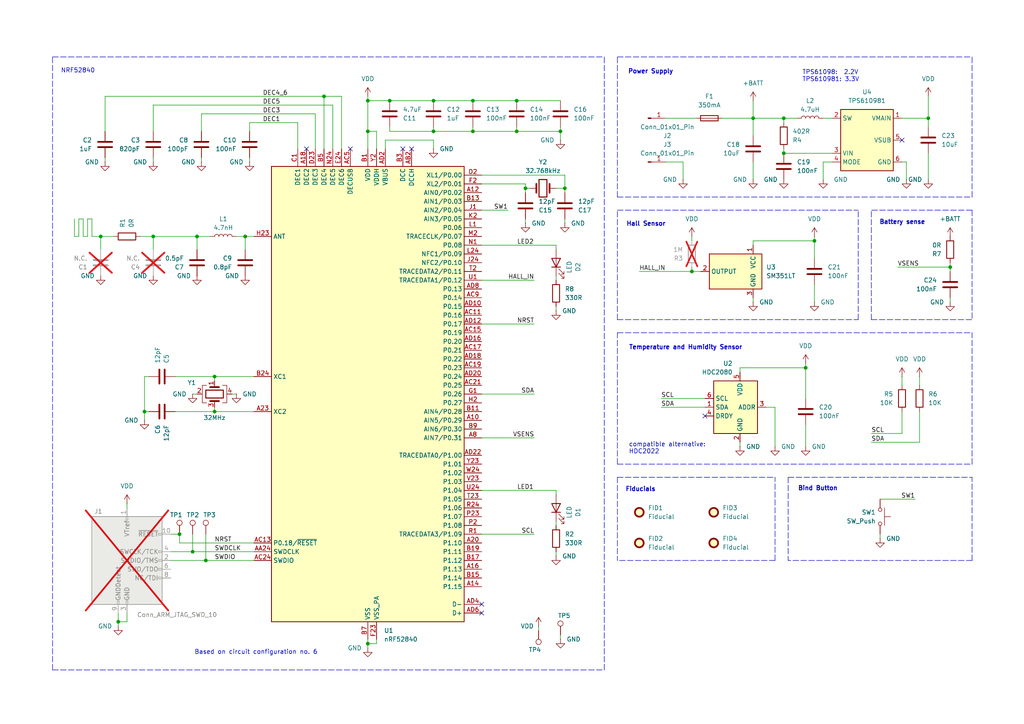
<source format=kicad_sch>
(kicad_sch (version 20250114) (generator "eeschema") (generator_version "9.0")
  (paper "A4")
  (title_block (title "Zicada") (date "2025-09-03") (rev "2") (company "Maximilian Kern"))
  (text "NRF52840" (at 22.606 20.574 0) (effects (font (size 1.27 1.27))))
  (text "Temperature and Humidity Sensor" (at 182.372 101.6 0) (effects (font (size 1.27 1.27) (thickness 0.254) (bold yes)) (justify left bottom)))
  (text "Based on circuit configuration no. 6\n" (at 56.388 189.23 0) (effects (font (size 1.27 1.27)) (justify left)))
  (text "compatible alternative:\nHDC2022 " (at 182.372 130.048 0) (effects (font (size 1.27 1.27)) (justify left)))
  (text "Bind Button" (at 231.394 142.494 0) (effects (font (size 1.27 1.27) (thickness 0.254) (bold yes)) (justify left bottom)))
  (text "Power Supply" (at 182.118 21.59 0) (effects (font (size 1.27 1.27) (thickness 0.254) (bold yes)) (justify left bottom)))
  (text "TPS61098:  2.2V\nTPS610981: 3.3V" (at 232.664 22.098 0) (effects (font (size 1.27 1.27)) (justify left)))
  (text "Fiducials" (at 181.356 142.748 0) (effects (font (size 1.27 1.27) (thickness 0.254) (bold yes)) (justify left bottom)))
  (text "Battery sense\n" (at 255.016 65.278 0) (effects (font (size 1.27 1.27) (thickness 0.254) (bold yes)) (justify left bottom)))
  (text "Hall Sensor" (at 181.61 65.786 0) (effects (font (size 1.27 1.27) (thickness 0.254) (bold yes)) (justify left bottom)))
  (junction (at 55.88 160.02))
  (junction (at 106.68 38.1))
  (junction (at 52.07 154.94))
  (junction (at 269.24 34.29))
  (junction (at 125.73 38.1))
  (junction (at 62.23 109.22))
  (junction (at 106.68 29.21))
  (junction (at 233.68 106.68))
  (junction (at 41.91 119.38))
  (junction (at 44.45 68.58))
  (junction (at 149.86 38.1))
  (junction (at 200.66 78.74))
  (junction (at 275.59 77.47))
  (junction (at 93.98 27.94))
  (junction (at 59.69 162.56))
  (junction (at 149.86 29.21))
  (junction (at 137.16 29.21))
  (junction (at 218.44 34.29))
  (junction (at 34.29 180.34))
  (junction (at 71.12 68.58))
  (junction (at 29.21 68.58))
  (junction (at 106.68 186.69))
  (junction (at 236.22 69.85))
  (junction (at 137.16 38.1))
  (junction (at 62.23 119.38))
  (junction (at 57.15 68.58))
  (junction (at 227.33 44.45))
  (junction (at 113.03 29.21))
  (junction (at 227.33 34.29))
  (junction (at 125.73 29.21))
  (junction (at 163.83 54.61))
  (junction (at 162.56 38.1))
  (junction (at 152.4 54.61))
  (no_connect (at 139.7 177.8))
  (no_connect (at 204.47 120.65))
  (no_connect (at 88.9 43.18))
  (no_connect (at 261.62 40.64))
  (no_connect (at 119.38 43.18))
  (no_connect (at 139.7 175.26))
  (no_connect (at 116.84 43.18))
  (no_connect (at 101.6 43.18))
  (wire (pts (xy 162.56 38.1) (xy 162.56 40.64)))
  (wire (pts (xy 149.86 38.1) (xy 162.56 38.1)))
  (wire (pts (xy 275.59 87.63) (xy 275.59 86.36)))
  (wire (pts (xy 22.86 68.58) (xy 21.59 68.58)))
  (wire (pts (xy 59.69 154.94) (xy 59.69 162.56)))
  (polyline (pts (xy 281.94 162.56) (xy 228.6 162.56)) (stroke (width 0) (type dash)))
  (wire (pts (xy 137.16 29.21) (xy 149.86 29.21)))
  (wire (pts (xy 99.06 27.94) (xy 93.98 27.94)))
  (wire (pts (xy 26.67 68.58) (xy 26.67 63.5)))
  (wire (pts (xy 203.2 78.74) (xy 200.66 78.74)))
  (polyline (pts (xy 179.07 92.71) (xy 248.92 92.71)) (stroke (width 0) (type dash)))
  (polyline (pts (xy 15.24 194.31) (xy 175.26 194.31)) (stroke (width 0) (type dash)))
  (wire (pts (xy 86.36 35.56) (xy 86.36 43.18)))
  (wire (pts (xy 275.59 76.2) (xy 275.59 77.47)))
  (wire (pts (xy 139.7 53.34) (xy 152.4 53.34)))
  (wire (pts (xy 233.68 106.68) (xy 214.63 106.68)))
  (wire (pts (xy 161.29 142.24) (xy 161.29 143.51)))
  (wire (pts (xy 91.44 33.02) (xy 91.44 43.18)))
  (wire (pts (xy 44.45 38.1) (xy 44.45 30.48)))
  (wire (pts (xy 204.47 115.57) (xy 191.77 115.57)))
  (polyline (pts (xy 281.94 60.96) (xy 281.94 92.71)) (stroke (width 0) (type dash)))
  (wire (pts (xy 125.73 40.64) (xy 125.73 43.18)))
  (wire (pts (xy 62.23 109.22) (xy 62.23 110.49)))
  (wire (pts (xy 198.12 46.99) (xy 193.04 46.99)))
  (wire (pts (xy 93.98 27.94) (xy 93.98 43.18)))
  (polyline (pts (xy 15.24 16.51) (xy 175.26 16.51)) (stroke (width 0) (type dash)))
  (wire (pts (xy 71.12 68.58) (xy 71.12 72.39)))
  (wire (pts (xy 55.88 114.3) (xy 57.15 114.3)))
  (wire (pts (xy 36.83 146.05) (xy 36.83 147.32)))
  (wire (pts (xy 161.29 54.61) (xy 163.83 54.61)))
  (wire (pts (xy 152.4 53.34) (xy 152.4 54.61)))
  (wire (pts (xy 156.21 181.61) (xy 156.21 182.88)))
  (wire (pts (xy 214.63 129.54) (xy 214.63 128.27)))
  (wire (pts (xy 161.29 80.01) (xy 161.29 81.28)))
  (wire (pts (xy 125.73 29.21) (xy 137.16 29.21)))
  (wire (pts (xy 227.33 34.29) (xy 231.14 34.29)))
  (wire (pts (xy 252.73 128.27) (xy 266.7 128.27)))
  (wire (pts (xy 58.42 45.72) (xy 58.42 46.99)))
  (wire (pts (xy 214.63 106.68) (xy 214.63 107.95)))
  (wire (pts (xy 200.66 69.85) (xy 200.66 68.58)))
  (wire (pts (xy 29.21 68.58) (xy 29.21 72.39)))
  (wire (pts (xy 68.58 114.3) (xy 67.31 114.3)))
  (wire (pts (xy 218.44 29.21) (xy 218.44 34.29)))
  (wire (pts (xy 152.4 64.77) (xy 152.4 63.5)))
  (wire (pts (xy 161.29 88.9) (xy 161.29 90.17)))
  (polyline (pts (xy 224.79 162.56) (xy 179.07 162.56)) (stroke (width 0) (type dash)))
  (polyline (pts (xy 228.6 138.43) (xy 281.94 138.43)) (stroke (width 0) (type dash)))
  (wire (pts (xy 40.64 68.58) (xy 44.45 68.58)))
  (wire (pts (xy 62.23 119.38) (xy 62.23 118.11)))
  (wire (pts (xy 261.62 109.22) (xy 261.62 111.76)))
  (wire (pts (xy 163.83 50.8) (xy 163.83 54.61)))
  (wire (pts (xy 139.7 93.98) (xy 154.94 93.98)))
  (wire (pts (xy 50.8 109.22) (xy 62.23 109.22)))
  (wire (pts (xy 255.27 154.94) (xy 255.27 156.21)))
  (polyline (pts (xy 281.94 162.56) (xy 281.94 138.43)) (stroke (width 0) (type dash)))
  (wire (pts (xy 222.25 118.11) (xy 224.79 118.11)))
  (wire (pts (xy 200.66 77.47) (xy 200.66 78.74)))
  (polyline (pts (xy 281.94 57.15) (xy 281.94 16.51)) (stroke (width 0) (type dash)))
  (wire (pts (xy 218.44 34.29) (xy 218.44 39.37)))
  (wire (pts (xy 109.22 38.1) (xy 109.22 43.18)))
  (wire (pts (xy 106.68 186.69) (xy 106.68 187.96)))
  (wire (pts (xy 68.58 68.58) (xy 71.12 68.58)))
  (wire (pts (xy 44.45 30.48) (xy 96.52 30.48)))
  (wire (pts (xy 96.52 30.48) (xy 96.52 43.18)))
  (wire (pts (xy 24.13 63.5) (xy 22.86 63.5)))
  (wire (pts (xy 52.07 157.48) (xy 73.66 157.48)))
  (wire (pts (xy 149.86 29.21) (xy 162.56 29.21)))
  (wire (pts (xy 161.29 151.13) (xy 161.29 152.4)))
  (wire (pts (xy 261.62 125.73) (xy 261.62 119.38)))
  (wire (pts (xy 198.12 46.99) (xy 198.12 52.07)))
  (wire (pts (xy 57.15 68.58) (xy 60.96 68.58)))
  (wire (pts (xy 218.44 34.29) (xy 227.33 34.29)))
  (wire (pts (xy 275.59 77.47) (xy 275.59 78.74)))
  (wire (pts (xy 269.24 44.45) (xy 269.24 52.07)))
  (wire (pts (xy 139.7 142.24) (xy 161.29 142.24)))
  (polyline (pts (xy 179.07 138.43) (xy 224.79 138.43)) (stroke (width 0) (type dash)))
  (wire (pts (xy 125.73 38.1) (xy 137.16 38.1)))
  (wire (pts (xy 139.7 127) (xy 154.94 127)))
  (wire (pts (xy 218.44 87.63) (xy 218.44 86.36)))
  (polyline (pts (xy 228.6 138.43) (xy 228.6 162.56)) (stroke (width 0) (type dash)))
  (wire (pts (xy 111.76 43.18) (xy 111.76 40.64)))
  (wire (pts (xy 49.53 162.56) (xy 59.69 162.56)))
  (wire (pts (xy 44.45 68.58) (xy 57.15 68.58)))
  (wire (pts (xy 137.16 38.1) (xy 149.86 38.1)))
  (wire (pts (xy 49.53 154.94) (xy 52.07 154.94)))
  (wire (pts (xy 106.68 38.1) (xy 109.22 38.1)))
  (polyline (pts (xy 175.26 194.31) (xy 175.26 16.51)) (stroke (width 0) (type dash)))
  (wire (pts (xy 73.66 109.22) (xy 62.23 109.22)))
  (wire (pts (xy 161.29 71.12) (xy 161.29 72.39)))
  (wire (pts (xy 227.33 44.45) (xy 241.3 44.45)))
  (wire (pts (xy 260.35 77.47) (xy 275.59 77.47)))
  (wire (pts (xy 59.69 162.56) (xy 73.66 162.56)))
  (wire (pts (xy 200.66 78.74) (xy 185.42 78.74)))
  (wire (pts (xy 41.91 119.38) (xy 41.91 121.92)))
  (wire (pts (xy 72.39 46.99) (xy 72.39 45.72)))
  (wire (pts (xy 269.24 27.94) (xy 269.24 34.29)))
  (wire (pts (xy 163.83 55.88) (xy 163.83 54.61)))
  (polyline (pts (xy 179.07 57.15) (xy 179.07 16.51)) (stroke (width 0) (type dash)))
  (wire (pts (xy 26.67 68.58) (xy 29.21 68.58)))
  (wire (pts (xy 113.03 29.21) (xy 125.73 29.21)))
  (wire (pts (xy 58.42 33.02) (xy 91.44 33.02)))
  (wire (pts (xy 255.27 144.78) (xy 265.43 144.78)))
  (wire (pts (xy 236.22 69.85) (xy 218.44 69.85)))
  (wire (pts (xy 238.76 34.29) (xy 241.3 34.29)))
  (polyline (pts (xy 224.79 162.56) (xy 224.79 138.43)) (stroke (width 0) (type dash)))
  (wire (pts (xy 218.44 46.99) (xy 218.44 52.07)))
  (wire (pts (xy 266.7 109.22) (xy 266.7 111.76)))
  (wire (pts (xy 162.56 185.42) (xy 162.56 184.15)))
  (wire (pts (xy 152.4 55.88) (xy 152.4 54.61)))
  (wire (pts (xy 49.53 160.02) (xy 55.88 160.02)))
  (wire (pts (xy 34.29 177.8) (xy 34.29 180.34)))
  (wire (pts (xy 113.03 36.83) (xy 113.03 38.1)))
  (wire (pts (xy 266.7 128.27) (xy 266.7 119.38)))
  (wire (pts (xy 25.4 63.5) (xy 25.4 68.58)))
  (wire (pts (xy 111.76 40.64) (xy 125.73 40.64)))
  (wire (pts (xy 50.8 119.38) (xy 62.23 119.38)))
  (wire (pts (xy 34.29 180.34) (xy 36.83 180.34)))
  (wire (pts (xy 204.47 118.11) (xy 191.77 118.11)))
  (wire (pts (xy 209.55 34.29) (xy 218.44 34.29)))
  (polyline (pts (xy 281.94 134.62) (xy 281.94 96.52)) (stroke (width 0) (type dash)))
  (wire (pts (xy 149.86 36.83) (xy 149.86 38.1)))
  (wire (pts (xy 106.68 186.69) (xy 109.22 186.69)))
  (wire (pts (xy 224.79 118.11) (xy 224.79 129.54)))
  (wire (pts (xy 139.7 50.8) (xy 163.83 50.8)))
  (wire (pts (xy 238.76 46.99) (xy 238.76 52.07)))
  (wire (pts (xy 55.88 160.02) (xy 73.66 160.02)))
  (wire (pts (xy 113.03 38.1) (xy 125.73 38.1)))
  (wire (pts (xy 106.68 27.94) (xy 106.68 29.21)))
  (wire (pts (xy 125.73 36.83) (xy 125.73 38.1)))
  (wire (pts (xy 269.24 34.29) (xy 269.24 36.83)))
  (wire (pts (xy 106.68 185.42) (xy 106.68 186.69)))
  (wire (pts (xy 62.23 119.38) (xy 73.66 119.38)))
  (wire (pts (xy 137.16 36.83) (xy 137.16 38.1)))
  (wire (pts (xy 41.91 119.38) (xy 43.18 119.38)))
  (wire (pts (xy 163.83 64.77) (xy 163.83 63.5)))
  (wire (pts (xy 139.7 81.28) (xy 154.94 81.28)))
  (wire (pts (xy 152.4 54.61) (xy 153.67 54.61)))
  (wire (pts (xy 25.4 68.58) (xy 24.13 68.58)))
  (wire (pts (xy 26.67 63.5) (xy 25.4 63.5)))
  (polyline (pts (xy 179.07 138.43) (xy 179.07 162.56)) (stroke (width 0) (type dash)))
  (wire (pts (xy 236.22 68.58) (xy 236.22 69.85)))
  (polyline (pts (xy 179.07 96.52) (xy 281.94 96.52)) (stroke (width 0) (type dash)))
  (wire (pts (xy 29.21 68.58) (xy 33.02 68.58)))
  (wire (pts (xy 22.86 63.5) (xy 22.86 68.58)))
  (wire (pts (xy 218.44 71.12) (xy 218.44 69.85)))
  (wire (pts (xy 72.39 35.56) (xy 86.36 35.56)))
  (wire (pts (xy 162.56 36.83) (xy 162.56 38.1)))
  (wire (pts (xy 106.68 29.21) (xy 113.03 29.21)))
  (polyline (pts (xy 179.07 57.15) (xy 281.94 57.15)) (stroke (width 0) (type dash)))
  (wire (pts (xy 139.7 71.12) (xy 161.29 71.12)))
  (polyline (pts (xy 179.07 134.62) (xy 281.94 134.62)) (stroke (width 0) (type dash)))
  (wire (pts (xy 262.89 46.99) (xy 262.89 52.07)))
  (wire (pts (xy 106.68 38.1) (xy 106.68 43.18)))
  (wire (pts (xy 34.29 180.34) (xy 34.29 181.61)))
  (wire (pts (xy 139.7 114.3) (xy 154.94 114.3)))
  (polyline (pts (xy 281.94 60.96) (xy 252.73 60.96)) (stroke (width 0) (type dash)))
  (wire (pts (xy 36.83 177.8) (xy 36.83 180.34)))
  (wire (pts (xy 30.48 27.94) (xy 93.98 27.94)))
  (wire (pts (xy 233.68 105.41) (xy 233.68 106.68)))
  (wire (pts (xy 227.33 34.29) (xy 227.33 35.56)))
  (wire (pts (xy 52.07 157.48) (xy 52.07 154.94)))
  (wire (pts (xy 227.33 44.45) (xy 227.33 43.18)))
  (wire (pts (xy 41.91 109.22) (xy 41.91 119.38)))
  (polyline (pts (xy 15.24 194.31) (xy 15.24 16.51)) (stroke (width 0) (type dash)))
  (wire (pts (xy 233.68 106.68) (xy 233.68 115.57)))
  (polyline (pts (xy 252.73 92.71) (xy 252.73 60.96)) (stroke (width 0) (type dash)))
  (wire (pts (xy 139.7 60.96) (xy 147.32 60.96)))
  (wire (pts (xy 71.12 68.58) (xy 73.66 68.58)))
  (wire (pts (xy 57.15 68.58) (xy 57.15 72.39)))
  (wire (pts (xy 43.18 109.22) (xy 41.91 109.22)))
  (wire (pts (xy 24.13 68.58) (xy 24.13 63.5)))
  (wire (pts (xy 252.73 125.73) (xy 261.62 125.73)))
  (wire (pts (xy 58.42 33.02) (xy 58.42 38.1)))
  (polyline (pts (xy 179.07 60.96) (xy 248.92 60.96)) (stroke (width 0) (type dash)))
  (polyline (pts (xy 179.07 16.51) (xy 281.94 16.51)) (stroke (width 0) (type dash)))
  (polyline (pts (xy 252.73 92.71) (xy 281.94 92.71)) (stroke (width 0) (type dash)))
  (wire (pts (xy 139.7 154.94) (xy 154.94 154.94)))
  (wire (pts (xy 241.3 46.99) (xy 238.76 46.99)))
  (wire (pts (xy 233.68 123.19) (xy 233.68 129.54)))
  (wire (pts (xy 30.48 27.94) (xy 30.48 38.1)))
  (wire (pts (xy 236.22 82.55) (xy 236.22 87.63)))
  (polyline (pts (xy 179.07 92.71) (xy 179.07 60.96)) (stroke (width 0) (type dash)))
  (wire (pts (xy 109.22 185.42) (xy 109.22 186.69)))
  (wire (pts (xy 30.48 45.72) (xy 30.48 46.99)))
  (wire (pts (xy 99.06 27.94) (xy 99.06 43.18)))
  (wire (pts (xy 161.29 160.02) (xy 161.29 161.29)))
  (wire (pts (xy 106.68 29.21) (xy 106.68 38.1)))
  (wire (pts (xy 21.59 63.5) (xy 21.59 68.58)))
  (wire (pts (xy 55.88 154.94) (xy 55.88 160.02)))
  (wire (pts (xy 44.45 46.99) (xy 44.45 45.72)))
  (wire (pts (xy 44.45 68.58) (xy 44.45 72.39)))
  (polyline (pts (xy 248.92 92.71) (xy 248.92 60.96)) (stroke (width 0) (type dash)))
  (wire (pts (xy 72.39 35.56) (xy 72.39 38.1)))
  (wire (pts (xy 193.04 34.29) (xy 201.93 34.29)))
  (wire (pts (xy 236.22 69.85) (xy 236.22 74.93)))
  (polyline (pts (xy 179.07 134.62) (xy 179.07 96.52)) (stroke (width 0) (type dash)))
  (wire (pts (xy 261.62 46.99) (xy 262.89 46.99)))
  (wire (pts (xy 261.62 34.29) (xy 269.24 34.29)))
  (label "DEC4_6" (at 76.2 27.94 0))
  (label "LED1" (at 154.8185 142.24 180))
  (label "SWDIO" (at 62.23 162.56 0))
  (label "HALL_IN" (at 185.42 78.74 0))
  (label "SW1" (at 147.32 60.96 180))
  (label "SDA" (at 191.77 118.11 0))
  (label "SCL" (at 154.94 154.94 180))
  (label "SCL" (at 252.73 125.73 0))
  (label "HALL_IN" (at 154.94 81.28 180))
  (label "SW1" (at 265.43 144.78 180))
  (label "VSENS" (at 260.35 77.47 0))
  (label "SWDCLK" (at 62.23 160.02 0))
  (label "LED2" (at 154.8185 71.12 180))
  (label "DEC3" (at 76.2 33.02 0))
  (label "VSENS" (at 154.94 127 180))
  (label "DEC5" (at 76.2 30.48 0))
  (label "SCL" (at 191.77 115.57 0))
  (label "NRST" (at 154.94 93.98 180))
  (label "NRST" (at 62.23 157.48 0))
  (label "SDA" (at 154.94 114.3 180))
  (label "SDA" (at 252.73 128.27 0))
  (label "DEC1" (at 76.2 35.56 0))
  (symbol (lib_id "power:GND") (at 161.29 161.29 0) (unit 1)
    (property "Reference" "#PWR019" (effects (hide yes)))
    (property "Value" "GND" (at 165.1 161.29 0))
    (property "Description" "Power symbol creates a global label with name \"GND\" , ground" (effects (hide yes)))
  )
  (symbol (lib_id "Device:R") (at 227.33 39.37 0) (mirror y) (unit 1)
    (property "Reference" "R4" (at 229.87 40.6401 0) (effects (justify right)))
    (property "Value" "402R" (at 229.87 38.1001 0) (effects (justify right)))
    (property "Footprint" "Resistor_SMD:R_0603_1608Metric" (effects (hide yes)))
    (property "LCSC" "C227889" (effects (hide yes)))
  )
  (symbol (lib_id "power:VDD") (at 266.7 109.22 0) (mirror y) (unit 1)
    (property "Reference" "#PWR040" (effects (hide yes)))
    (property "Value" "VDD" (at 266.7 104.14 0))
    (property "Description" "Power symbol creates a global label with name \"VDD\"" (effects (hide yes)))
  )
  (symbol (lib_id "power:GND") (at 218.44 52.07 0) (mirror y) (unit 1)
    (property "Reference" "#PWR028" (effects (hide yes)))
    (property "Value" "GND" (at 214.63 52.07 0))
    (property "Description" "Power symbol creates a global label with name \"GND\" , ground" (effects (hide yes)))
  )
  (symbol (lib_id "Device:C") (at 125.73 33.02 0) (unit 1)
    (property "Reference" "C12" (at 129.54 31.7499 0) (effects (justify left)))
    (property "Value" "1uF" (at 129.54 34.2899 0) (effects (justify left)))
    (property "Footprint" "Capacitor_SMD:C_0603_1608Metric" (effects (hide yes)))
    (property "LCSC" "C15849" (effects (hide yes)))
  )
  (symbol (lib_id "power:VDD") (at 106.68 27.94 0) (unit 1)
    (property "Reference" "#PWR014" (effects (hide yes)))
    (property "Value" "VDD" (at 106.68 22.86 0))
    (property "Description" "Power symbol creates a global label with name \"VDD\"" (effects (hide yes)))
  )
  (symbol (lib_id "Connector:Conn_01x01_Pin") (at 187.96 46.99 0) (unit 1)
    (property "Reference" "J3" (at 193.548 41.91 0))
    (property "Value" "Conn_01x01_Pin" (at 193.548 44.45 0))
    (property "Footprint" "zicadaLib:MYOUNG MY-AAA-07" (effects (hide yes)))
    (property "Description" "Generic connector, single row, 01x01, script generated" (effects (hide yes)))
    (property "Digikey" "https://www.digikey.de/de/products/detail/keystone-electronics/56/2137848" (effects (hide yes)))
    (property "LCSC" "C6937109" (effects (hide yes)))
  )
  (symbol (lib_id "Device:R") (at 261.62 115.57 0) (mirror x) (unit 1)
    (property "Reference" "R5" (at 259.08 114.2999 0) (effects (justify right)))
    (property "Value" "10K" (at 259.08 116.8399 0) (effects (justify right)))
    (property "Footprint" "Resistor_SMD:R_0603_1608Metric" (effects (hide yes)))
    (property "LCSC" "C98220" (effects (hide yes)))
  )
  (symbol (lib_id "power:VDD") (at 200.66 68.58 0) (mirror y) (unit 1)
    (property "Reference" "#PWR024" (effects (hide yes)))
    (property "Value" "VDD" (at 200.66 63.5 0))
    (property "Description" "Power symbol creates a global label with name \"VDD\"" (effects (hide yes)))
  )
  (symbol (lib_id "zicadaLib:TPS61098") (at 251.46 40.64 0) (unit 1)
    (property "Reference" "U4" (at 251.46 26.67 0))
    (property "Value" "TPS610981" (at 251.46 29.21 0))
    (property "Footprint" "Package_SON:WSON-6_1.5x1.5mm_P0.5mm" (effects (hide yes)))
    (property "Datasheet" "https://www.ti.com/lit/ds/symlink/tps610981.pdf" (effects (hide yes)))
    (property "Description" "Ultra-Low Quiescent Current Synchronous Boost with Integrated LDO/ Load Switch" (effects (hide yes)))
    (property "LCSC" "C470966" (effects (hide yes)))
  )
  (symbol (lib_id "Device:C") (at 46.99 119.38 90) (mirror x) (unit 1)
    (property "Reference" "C6" (at 45.7199 123.19 0) (effects (justify left)))
    (property "Value" "12pF" (at 48.2599 123.19 0) (effects (justify left)))
    (property "Footprint" "Capacitor_SMD:C_0603_1608Metric" (effects (hide yes)))
    (property "LCSC" "C107034" (effects (hide yes)))
  )
  (symbol (lib_id "power:GND") (at 161.29 90.17 0) (unit 1)
    (property "Reference" "#PWR025" (effects (hide yes)))
    (property "Value" "GND" (at 165.1 90.17 0))
    (property "Description" "Power symbol creates a global label with name \"GND\" , ground" (effects (hide yes)))
  )
  (symbol (lib_id "Connector:Conn_ARM_JTAG_SWD_10") (at 36.83 162.56 0) (unit 1) (in_bom no) (dnp yes)
    (property "Reference" "J1" (at 29.718 148.336 0) (effects (justify right)))
    (property "Value" "Conn_ARM_JTAG_SWD_10" (at 62.992 178.308 0) (effects (justify right)))
    (property "Footprint" "Connector_PinHeader_1.27mm:PinHeader_2x05_P1.27mm_Vertical_SMD" (effects (hide yes)))
    (property "Datasheet" "http://infocenter.arm.com/help/topic/com.arm.doc.ddi0314h/DDI0314H_coresight_components_trm.pdf" (effects (hide yes)))
    (property "Description" "Cortex Debug Connector, standard ARM Cortex-M SWD and JTAG interface" (effects (hide yes)))
  )
  (symbol (lib_id "Device:C") (at 227.33 48.26 0) (unit 1)
    (property "Reference" "C19" (at 231.14 46.9899 0) (effects (justify left)))
    (property "Value" "100nF" (at 231.14 49.5299 0) (effects (justify left)))
    (property "Footprint" "Capacitor_SMD:C_0603_1608Metric" (effects (hide yes)))
    (property "LCSC" "C1591" (effects (hide yes)))
  )
  (symbol (lib_id "Device:C") (at 30.48 41.91 0) (mirror y) (unit 1)
    (property "Reference" "C2" (at 26.67 40.6399 0) (effects (justify left)))
    (property "Value" "1uF" (at 26.67 43.1799 0) (effects (justify left)))
    (property "Footprint" "Capacitor_SMD:C_0603_1608Metric" (effects (hide yes)))
    (property "LCSC" "C15849" (effects (hide yes)))
  )
  (symbol (lib_id "power:GND") (at 163.83 64.77 0) (mirror y) (unit 1)
    (property "Reference" "#PWR022" (effects (hide yes)))
    (property "Value" "GND" (at 167.64 64.77 0))
    (property "Description" "Power symbol creates a global label with name \"GND\" , ground" (effects (hide yes)))
  )
  (symbol (lib_id "Device:C") (at 149.86 33.02 0) (unit 1)
    (property "Reference" "C14" (at 153.67 31.7499 0) (effects (justify left)))
    (property "Value" "100nF" (at 153.67 34.2899 0) (effects (justify left)))
    (property "Footprint" "Capacitor_SMD:C_0603_1608Metric" (effects (hide yes)))
    (property "LCSC" "C1591" (effects (hide yes)))
  )
  (symbol (lib_id "power:GND") (at 275.59 87.63 0) (mirror y) (unit 1)
    (property "Reference" "#PWR045" (effects (hide yes)))
    (property "Value" "GND" (at 271.78 87.63 0))
    (property "Description" "Power symbol creates a global label with name \"GND\" , ground" (effects (hide yes)))
  )
  (symbol (lib_id "power:GND") (at 106.68 187.96 0) (mirror y) (unit 1)
    (property "Reference" "#PWR015" (effects (hide yes)))
    (property "Value" "GND" (at 102.87 187.96 0))
    (property "Description" "Power symbol creates a global label with name \"GND\" , ground" (effects (hide yes)))
  )
  (symbol (lib_id "Device:R") (at 36.83 68.58 270) (unit 1)
    (property "Reference" "R1" (at 35.5599 66.04 0) (effects (justify right)))
    (property "Value" "0R" (at 38.0999 66.04 0) (effects (justify right)))
    (property "Footprint" "Resistor_SMD:R_0603_1608Metric" (effects (hide yes)))
    (property "LCSC" "C116699" (effects (hide yes)))
  )
  (symbol (lib_id "power:GND") (at 227.33 52.07 0) (mirror y) (unit 1)
    (property "Reference" "#PWR031" (effects (hide yes)))
    (property "Value" "GND" (at 223.52 52.07 0))
    (property "Description" "Power symbol creates a global label with name \"GND\" , ground" (effects (hide yes)))
  )
  (symbol (lib_id "Device:C") (at 233.68 119.38 0) (unit 1)
    (property "Reference" "C20" (at 237.49 118.1099 0) (effects (justify left)))
    (property "Value" "100nF" (at 237.49 120.6499 0) (effects (justify left)))
    (property "Footprint" "Capacitor_SMD:C_0603_1608Metric" (effects (hide yes)))
    (property "LCSC" "C1591" (effects (hide yes)))
  )
  (symbol (lib_id "Device:C") (at 162.56 33.02 0) (unit 1)
    (property "Reference" "C16" (at 166.37 31.7499 0) (effects (justify left)))
    (property "Value" "100nF" (at 166.37 34.2899 0) (effects (justify left)))
    (property "Footprint" "Capacitor_SMD:C_0603_1608Metric" (effects (hide yes)))
    (property "LCSC" "C1591" (effects (hide yes)))
  )
  (symbol (lib_id "Device:C") (at 44.45 76.2 180) (unit 1) (in_bom no) (dnp yes)
    (property "Reference" "C4" (at 40.64 77.4701 0) (effects (justify left)))
    (property "Value" "N.C." (at 40.64 74.9301 0) (effects (justify left)))
    (property "Footprint" "Capacitor_SMD:C_0603_1608Metric" (effects (hide yes)))
  )
  (symbol (lib_id "Device:LED") (at 161.29 76.2 90) (unit 1)
    (property "Reference" "D2" (at 167.64 77.47 0))
    (property "Value" "LED" (at 165.1 77.47 0))
    (property "Footprint" "LED_SMD:LED_0603_1608Metric" (effects (hide yes)))
    (property "Description" "Light emitting diode" (effects (hide yes)))
    (property "LCSC" "C5875723" (effects (hide yes)))
    (property "Sim.Pins" "1=K 2=A" (effects (hide yes)))
  )
  (symbol (lib_id "power:GND") (at 29.21 80.01 0) (unit 1)
    (property "Reference" "#PWR01" (effects (hide yes)))
    (property "Value" "GND" (at 25.4 80.01 0))
    (property "Description" "Power symbol creates a global label with name \"GND\" , ground" (effects (hide yes)))
  )
  (symbol (lib_id "Device:LED") (at 161.29 147.32 90) (unit 1)
    (property "Reference" "D1" (at 167.64 148.59 0))
    (property "Value" "LED" (at 165.1 148.59 0))
    (property "Footprint" "LED_SMD:LED_0603_1608Metric" (effects (hide yes)))
    (property "Description" "Light emitting diode" (effects (hide yes)))
    (property "LCSC" "C5875723" (effects (hide yes)))
    (property "Sim.Pins" "1=K 2=A" (effects (hide yes)))
  )
  (symbol (lib_id "power:GND") (at 162.56 185.42 0) (unit 1)
    (property "Reference" "#PWR021" (effects (hide yes)))
    (property "Value" "GND" (at 166.37 185.42 0))
    (property "Description" "Power symbol creates a global label with name \"GND\" , ground" (effects (hide yes)))
  )
  (symbol (lib_id "Mechanical:Fiducial") (at 185.42 157.48 0) (unit 1) (in_bom no)
    (property "Reference" "FID2" (at 187.96 156.2099 0) (effects (justify left)))
    (property "Value" "Fiducial" (at 187.96 158.7499 0) (effects (justify left)))
    (property "Footprint" "Fiducial:Fiducial_1mm_Mask2mm" (effects (hide yes)))
  )
  (symbol (lib_id "power:VDD") (at 269.24 27.94 0) (unit 1)
    (property "Reference" "#PWR042" (effects (hide yes)))
    (property "Value" "VDD" (at 269.24 22.86 0))
    (property "Description" "Power symbol creates a global label with name \"VDD\"" (effects (hide yes)))
  )
  (symbol (lib_id "power:GND") (at 238.76 52.07 0) (unit 1)
    (property "Reference" "#PWR036" (effects (hide yes)))
    (property "Value" "GND" (at 243.84 52.07 0))
    (property "Description" "Power symbol creates a global label with name \"GND\" , ground" (effects (hide yes)))
  )
  (symbol (lib_id "power:GND") (at 224.79 129.54 0) (unit 1)
    (property "Reference" "#PWR030" (effects (hide yes)))
    (property "Value" "GND" (at 228.6 129.54 0))
    (property "Description" "Power symbol creates a global label with name \"GND\" , ground" (effects (hide yes)))
  )
  (symbol (lib_id "power:+BATT") (at 218.44 29.21 0) (unit 1)
    (property "Reference" "#PWR027" (effects (hide yes)))
    (property "Value" "+BATT" (at 218.44 24.13 0))
    (property "Description" "Power symbol creates a global label with name \"+BATT\"" (effects (hide yes)))
  )
  (symbol (lib_id "power:GND") (at 236.22 87.63 0) (unit 1)
    (property "Reference" "#PWR035" (effects (hide yes)))
    (property "Value" "GND" (at 240.03 87.63 0))
    (property "Description" "Power symbol creates a global label with name \"GND\" , ground" (effects (hide yes)))
  )
  (symbol (lib_id "power:GND") (at 30.48 46.99 0) (unit 1)
    (property "Reference" "#PWR02" (effects (hide yes)))
    (property "Value" "GND" (at 26.67 46.99 0))
    (property "Description" "Power symbol creates a global label with name \"GND\" , ground" (effects (hide yes)))
  )
  (symbol (lib_id "power:GND") (at 71.12 80.01 0) (unit 1)
    (property "Reference" "#PWR012" (effects (hide yes)))
    (property "Value" "GND" (at 67.31 80.01 0))
    (property "Description" "Power symbol creates a global label with name \"GND\" , ground" (effects (hide yes)))
  )
  (symbol (lib_id "power:GND") (at 162.56 40.64 0) (mirror y) (unit 1)
    (property "Reference" "#PWR020" (effects (hide yes)))
    (property "Value" "GND" (at 158.75 40.64 0))
    (property "Description" "Power symbol creates a global label with name \"GND\" , ground" (effects (hide yes)))
  )
  (symbol (lib_id "Device:C") (at 46.99 109.22 270) (mirror x) (unit 1)
    (property "Reference" "C5" (at 48.2601 105.41 0) (effects (justify left)))
    (property "Value" "12pF" (at 45.7201 105.41 0) (effects (justify left)))
    (property "Footprint" "Capacitor_SMD:C_0603_1608Metric" (effects (hide yes)))
    (property "LCSC" "C107034" (effects (hide yes)))
  )
  (symbol (lib_id "Connector:Conn_01x01_Pin") (at 187.96 34.29 0) (mirror x) (unit 1)
    (property "Reference" "J2" (at 193.548 39.37 0))
    (property "Value" "Conn_01x01_Pin" (at 193.548 36.83 0))
    (property "Footprint" "zicadaLib:MYOUNG MY-AAA-07" (effects (hide yes)))
    (property "Description" "Generic connector, single row, 01x01, script generated" (effects (hide yes)))
    (property "Digikey" "https://www.digikey.de/de/products/detail/keystone-electronics/56/2137848" (effects (hide yes)))
    (property "LCSC" "C6937109" (effects (hide yes)))
  )
  (symbol (lib_id "power:VDD") (at 233.68 105.41 0) (mirror y) (unit 1)
    (property "Reference" "#PWR032" (effects (hide yes)))
    (property "Value" "VDD" (at 233.68 100.33 0))
    (property "Description" "Power symbol creates a global label with name \"VDD\"" (effects (hide yes)))
  )
  (symbol (lib_id "Device:C") (at 57.15 76.2 180) (unit 1)
    (property "Reference" "C7" (at 53.34 77.4701 0) (effects (justify left)))
    (property "Value" "0.5pF" (at 53.34 74.9301 0) (effects (justify left)))
    (property "Footprint" "Capacitor_SMD:C_0603_1608Metric" (effects (hide yes)))
    (property "LCSC" "C5137584" (effects (hide yes)))
  )
  (symbol (lib_id "Device:L") (at 234.95 34.29 90) (unit 1)
    (property "Reference" "L2" (at 234.95 29.21 90))
    (property "Value" "4.7uH" (at 234.95 31.75 90))
    (property "Footprint" "Inductor_SMD:L_1008_2520Metric" (effects (hide yes)))
    (property "Description" "Inductor" (effects (hide yes)))
    (property "LCSC" "C280597" (effects (hide yes)))
  )
  (symbol (lib_id "Device:C") (at 163.83 59.69 0) (mirror x) (unit 1)
    (property "Reference" "C17" (at 167.64 60.9601 0) (effects (justify left)))
    (property "Value" "12pF" (at 167.64 58.4201 0) (effects (justify left)))
    (property "Footprint" "Capacitor_SMD:C_0603_1608Metric" (effects (hide yes)))
    (property "LCSC" "C107034" (effects (hide yes)))
  )
  (symbol (lib_id "MCU_Nordic:nRF52840") (at 106.68 114.3 0) (unit 1)
    (property "Reference" "U1" (at 111.3633 182.88 0) (effects (justify left)))
    (property "Value" "nRF52840" (at 111.3633 185.42 0) (effects (justify left)))
    (property "Footprint" "Package_DFN_QFN:Nordic_AQFN-73-1EP_7x7mm_P0.5mm" (effects (hide yes)))
    (property "Datasheet" "http://infocenter.nordicsemi.com/topic/com.nordic.infocenter.nrf52/dita/nrf52/chips/nrf52840.html" (effects (hide yes)))
    (property "Description" "Multiprotocol BLE/ANT/2.4 GHz/802.15.4 Cortex-M4F SoC, AQFN-73" (effects (hide yes)))
    (property "LCSC" "C190794" (effects (hide yes)))
  )
  (symbol (lib_id "Device:Crystal") (at 157.48 54.61 0) (unit 1)
    (property "Reference" "Y2" (at 157.48 46.99 0))
    (property "Value" "32.768kHz" (at 157.48 49.53 0))
    (property "Footprint" "Crystal:Crystal_SMD_MicroCrystal_CC7V-T1A-2Pin_3.2x1.5mm" (effects (hide yes)))
    (property "Description" "Two pin crystal" (effects (hide yes)))
    (property "LCSC" "C32346" (effects (hide yes)))
  )
  (symbol (lib_id "Device:C") (at 29.21 76.2 180) (unit 1) (in_bom no) (dnp yes)
    (property "Reference" "C1" (at 25.4 77.4701 0) (effects (justify left)))
    (property "Value" "N.C." (at 25.4 74.9301 0) (effects (justify left)))
    (property "Footprint" "Capacitor_SMD:C_0603_1608Metric" (effects (hide yes)))
  )
  (symbol (lib_id "Device:Crystal_GND24") (at 62.23 114.3 90) (mirror x) (unit 1)
    (property "Reference" "Y1" (at 55.626 110.998 90))
    (property "Value" "32MHz" (at 62.23 121.158 90))
    (property "Footprint" "Crystal:Crystal_SMD_Abracon_ABM8G-4Pin_3.2x2.5mm" (effects (hide yes)))
    (property "Datasheet" "https://www.lcsc.com/datasheet/C5552502.pdf" (effects (hide yes)))
    (property "Description" "ABRACON ABM8W-32.0000MHZ-8-B1U-T3" (effects (hide yes)))
    (property "LCSC" "C5552502" (effects (hide yes)))
  )
  (symbol (lib_id "power:GND") (at 34.29 181.61 0) (mirror y) (unit 1)
    (property "Reference" "#PWR03" (effects (hide yes)))
    (property "Value" "GND" (at 30.48 181.61 0))
    (property "Description" "Power symbol creates a global label with name \"GND\" , ground" (effects (hide yes)))
  )
  (symbol (lib_id "power:GND") (at 57.15 80.01 0) (unit 1)
    (property "Reference" "#PWR09" (effects (hide yes)))
    (property "Value" "GND" (at 53.34 80.01 0))
    (property "Description" "Power symbol creates a global label with name \"GND\" , ground" (effects (hide yes)))
  )
  (symbol (lib_id "power:GND") (at 262.89 52.07 0) (mirror y) (unit 1)
    (property "Reference" "#PWR039" (effects (hide yes)))
    (property "Value" "GND" (at 259.08 52.07 0))
    (property "Description" "Power symbol creates a global label with name \"GND\" , ground" (effects (hide yes)))
  )
  (symbol (lib_id "Sensor_Magnetic:SM351LT") (at 213.36 78.74 0) (mirror y) (unit 1)
    (property "Reference" "U3" (at 222.25 77.4699 0) (effects (justify right)))
    (property "Value" "SM351LT" (at 222.25 80.0099 0) (effects (justify right)))
    (property "Footprint" "Package_TO_SOT_SMD:SOT-23" (effects (hide yes)))
    (property "Datasheet" "https://sensing.honeywell.com/honeywell-sensing-nanopower-series-product-sheet-50095501-a-en.pdf" (effects (hide yes)))
    (property "Description" "Hall Effect Switch, SOT-23" (effects (hide yes)))
    (property "LCSC" "C80830" (effects (hide yes)))
  )
  (symbol (lib_id "Device:C") (at 58.42 41.91 0) (mirror y) (unit 1)
    (property "Reference" "C8" (at 54.61 40.6399 0) (effects (justify left)))
    (property "Value" "100pF" (at 54.61 43.1799 0) (effects (justify left)))
    (property "Footprint" "Capacitor_SMD:C_0603_1608Metric" (effects (hide yes)))
    (property "LCSC" "C14858" (effects (hide yes)))
  )
  (symbol (lib_id "Device:R") (at 161.29 156.21 180) (unit 1)
    (property "Reference" "R2" (at 163.83 154.9399 0) (effects (justify right)))
    (property "Value" "330R" (at 163.83 157.4799 0) (effects (justify right)))
    (property "Footprint" "Resistor_SMD:R_0603_1608Metric" (effects (hide yes)))
    (property "LCSC" "C105881" (effects (hide yes)))
  )
  (symbol (lib_id "Device:C") (at 113.03 33.02 0) (mirror x) (unit 1)
    (property "Reference" "C11" (at 116.84 34.2901 0) (effects (justify left)))
    (property "Value" "4.7uF" (at 116.84 31.7501 0) (effects (justify left)))
    (property "Footprint" "Capacitor_SMD:C_0603_1608Metric" (effects (hide yes)))
    (property "LCSC" "C1705" (effects (hide yes)))
  )
  (symbol (lib_id "Device:C") (at 71.12 76.2 0) (mirror y) (unit 1)
    (property "Reference" "C9" (at 67.31 74.9299 0) (effects (justify left)))
    (property "Value" "0.8pF" (at 67.31 77.4699 0) (effects (justify left)))
    (property "Footprint" "Capacitor_SMD:C_0603_1608Metric" (effects (hide yes)))
    (property "LCSC" "C519369" (effects (hide yes)))
  )
  (symbol (lib_id "Device:C") (at 218.44 43.18 0) (mirror y) (unit 1)
    (property "Reference" "C18" (at 214.63 41.9099 0) (effects (justify left)))
    (property "Value" "10uF" (at 214.63 44.4499 0) (effects (justify left)))
    (property "Footprint" "Capacitor_SMD:C_0603_1608Metric" (effects (hide yes)))
    (property "LCSC" "C19702" (effects (hide yes)))
  )
  (symbol (lib_id "Device:C") (at 152.4 59.69 0) (mirror x) (unit 1)
    (property "Reference" "C15" (at 156.21 60.9601 0) (effects (justify left)))
    (property "Value" "12pF" (at 156.21 58.4201 0) (effects (justify left)))
    (property "Footprint" "Capacitor_SMD:C_0603_1608Metric" (effects (hide yes)))
    (property "LCSC" "C107034" (effects (hide yes)))
  )
  (symbol (lib_id "Device:R") (at 266.7 115.57 180) (unit 1)
    (property "Reference" "R6" (at 269.24 114.2999 0) (effects (justify right)))
    (property "Value" "10K" (at 269.24 116.8399 0) (effects (justify right)))
    (property "Footprint" "Resistor_SMD:R_0603_1608Metric" (effects (hide yes)))
    (property "LCSC" "C98220" (effects (hide yes)))
  )
  (symbol (lib_id "Device:C") (at 275.59 82.55 0) (mirror y) (unit 1)
    (property "Reference" "C24" (at 271.78 81.2799 0) (effects (justify left)))
    (property "Value" "100nF" (at 271.78 83.8199 0) (effects (justify left)))
    (property "Footprint" "Capacitor_SMD:C_0603_1608Metric" (effects (hide yes)))
    (property "LCSC" "C1591" (effects (hide yes)))
  )
  (symbol (lib_id "power:GND") (at 58.42 46.99 0) (unit 1)
    (property "Reference" "#PWR010" (effects (hide yes)))
    (property "Value" "GND" (at 54.61 46.99 0))
    (property "Description" "Power symbol creates a global label with name \"GND\" , ground" (effects (hide yes)))
  )
  (symbol (lib_id "power:GND") (at 198.12 52.07 0) (mirror y) (unit 1)
    (property "Reference" "#PWR023" (effects (hide yes)))
    (property "Value" "GND" (at 194.31 52.07 0))
    (property "Description" "Power symbol creates a global label with name \"GND\" , ground" (effects (hide yes)))
  )
  (symbol (lib_id "Device:R") (at 161.29 85.09 180) (unit 1)
    (property "Reference" "R8" (at 163.83 83.8199 0) (effects (justify right)))
    (property "Value" "330R" (at 163.83 86.3599 0) (effects (justify right)))
    (property "Footprint" "Resistor_SMD:R_0603_1608Metric" (effects (hide yes)))
    (property "LCSC" "C105881" (effects (hide yes)))
  )
  (symbol (lib_id "Device:R") (at 275.59 72.39 0) (unit 1)
    (property "Reference" "R7" (at 273.05 73.6601 0) (effects (justify right)))
    (property "Value" "0R" (at 273.05 71.1201 0) (effects (justify right)))
    (property "Footprint" "Resistor_SMD:R_0603_1608Metric" (effects (hide yes)))
    (property "LCSC" "C116699" (effects (hide yes)))
  )
  (symbol (lib_id "power:GND") (at 44.45 80.01 0) (unit 1)
    (property "Reference" "#PWR07" (effects (hide yes)))
    (property "Value" "GND" (at 40.64 80.01 0))
    (property "Description" "Power symbol creates a global label with name \"GND\" , ground" (effects (hide yes)))
  )
  (symbol (lib_id "Device:C") (at 44.45 41.91 0) (mirror y) (unit 1)
    (property "Reference" "C3" (at 40.64 40.6399 0) (effects (justify left)))
    (property "Value" "820pF" (at 40.64 43.1799 0) (effects (justify left)))
    (property "Footprint" "Capacitor_SMD:C_0603_1608Metric" (effects (hide yes)))
    (property "LCSC" "C107057" (effects (hide yes)))
  )
  (symbol (lib_id "power:GND") (at 68.58 114.3 0) (unit 1)
    (property "Reference" "#PWR011" (effects (hide yes)))
    (property "Value" "GND" (at 72.39 114.3 0))
    (property "Description" "Power symbol creates a global label with name \"GND\" , ground" (effects (hide yes)))
  )
  (symbol (lib_id "power:GND") (at 269.24 52.07 0) (mirror y) (unit 1)
    (property "Reference" "#PWR043" (effects (hide yes)))
    (property "Value" "GND" (at 265.43 52.07 0))
    (property "Description" "Power symbol creates a global label with name \"GND\" , ground" (effects (hide yes)))
  )
  (symbol (lib_id "Device:C") (at 72.39 41.91 0) (mirror y) (unit 1)
    (property "Reference" "C10" (at 68.58 40.6399 0) (effects (justify left)))
    (property "Value" "100nF" (at 68.58 43.1799 0) (effects (justify left)))
    (property "Footprint" "Capacitor_SMD:C_0603_1608Metric" (effects (hide yes)))
    (property "LCSC" "C1591" (effects (hide yes)))
  )
  (symbol (lib_id "power:VDD") (at 261.62 109.22 0) (mirror y) (unit 1)
    (property "Reference" "#PWR038" (effects (hide yes)))
    (property "Value" "VDD" (at 261.62 104.14 0))
    (property "Description" "Power symbol creates a global label with name \"VDD\"" (effects (hide yes)))
  )
  (symbol (lib_id "power:GND") (at 125.73 43.18 0) (mirror y) (unit 1)
    (property "Reference" "#PWR016" (effects (hide yes)))
    (property "Value" "GND" (at 129.54 43.18 0))
    (property "Description" "Power symbol creates a global label with name \"GND\" , ground" (effects (hide yes)))
  )
  (symbol (lib_id "power:GND") (at 72.39 46.99 0) (unit 1)
    (property "Reference" "#PWR013" (effects (hide yes)))
    (property "Value" "GND" (at 68.58 46.99 0))
    (property "Description" "Power symbol creates a global label with name \"GND\" , ground" (effects (hide yes)))
  )
  (symbol (lib_id "power:VDD") (at 236.22 68.58 0) (mirror y) (unit 1)
    (property "Reference" "#PWR034" (effects (hide yes)))
    (property "Value" "VDD" (at 236.22 63.5 0))
    (property "Description" "Power symbol creates a global label with name \"VDD\"" (effects (hide yes)))
  )
  (symbol (lib_id "Sensor_Humidity:HDC2080") (at 212.09 118.11 0) (mirror y) (unit 1)
    (property "Reference" "U2" (at 212.4867 105.41 0) (effects (justify left)))
    (property "Value" "HDC2080" (at 212.4867 107.95 0) (effects (justify left)))
    (property "Footprint" "Package_SON:Texas_PWSON-N6" (effects (hide yes)))
    (property "Datasheet" "http://www.ti.com/lit/ds/symlink/hdc2080.pdf" (effects (hide yes)))
    (property "Description" "Low Power Humidity and Temperature Sensor" (effects (hide yes)))
    (property "LCSC" "C918141" (effects (hide yes)))
    (property "Digikey" "https://www.digikey.de/de/products/detail/texas-instruments/HDC2080DMBR/9692560" (effects (hide yes)))
    (property "Digikey alt" "https://www.digikey.de/de/products/detail/texas-instruments/HDC2022DEPR/12762138" (effects (hide yes)))
  )
  (symbol (lib_id "power:GND") (at 55.88 114.3 0) (mirror y) (unit 1)
    (property "Reference" "#PWR08" (effects (hide yes)))
    (property "Value" "GND" (at 52.07 114.3 0))
    (property "Description" "Power symbol creates a global label with name \"GND\" , ground" (effects (hide yes)))
  )
  (symbol (lib_id "power:GND") (at 152.4 64.77 0) (mirror y) (unit 1)
    (property "Reference" "#PWR017" (effects (hide yes)))
    (property "Value" "GND" (at 156.21 64.77 0))
    (property "Description" "Power symbol creates a global label with name \"GND\" , ground" (effects (hide yes)))
  )
  (symbol (lib_id "power:GND") (at 218.44 87.63 0) (unit 1)
    (property "Reference" "#PWR029" (effects (hide yes)))
    (property "Value" "GND" (at 222.25 87.63 0))
    (property "Description" "Power symbol creates a global label with name \"GND\" , ground" (effects (hide yes)))
  )
  (symbol (lib_id "power:GND") (at 44.45 46.99 0) (unit 1)
    (property "Reference" "#PWR06" (effects (hide yes)))
    (property "Value" "GND" (at 40.64 46.99 0))
    (property "Description" "Power symbol creates a global label with name \"GND\" , ground" (effects (hide yes)))
  )
  (symbol (lib_id "power:GND") (at 233.68 129.54 0) (unit 1)
    (property "Reference" "#PWR033" (effects (hide yes)))
    (property "Value" "GND" (at 237.49 129.54 0))
    (property "Description" "Power symbol creates a global label with name \"GND\" , ground" (effects (hide yes)))
  )
  (symbol (lib_id "Connector:TestPoint") (at 55.88 154.94 0) (unit 1) (in_bom no)
    (property "Reference" "TP2" (at 54.102 149.352 0) (effects (justify left)))
    (property "Value" "TestPoint" (effects (hide yes)))
    (property "Footprint" "TestPoint:TestPoint_Pad_D1.5mm" (effects (hide yes)))
    (property "Description" "test point" (effects (hide yes)))
  )
  (symbol (lib_id "power:GND") (at 255.27 156.21 0) (unit 1)
    (property "Reference" "#PWR037" (effects (hide yes)))
    (property "Value" "GND" (at 259.08 156.21 0))
    (property "Description" "Power symbol creates a global label with name \"GND\" , ground" (effects (hide yes)))
  )
  (symbol (lib_id "power:GND") (at 41.91 121.92 0) (mirror y) (unit 1)
    (property "Reference" "#PWR05" (effects (hide yes)))
    (property "Value" "GND" (at 38.1 121.92 0))
    (property "Description" "Power symbol creates a global label with name \"GND\" , ground" (effects (hide yes)))
  )
  (symbol (lib_id "Device:R") (at 200.66 73.66 0) (unit 1) (in_bom no) (dnp yes)
    (property "Reference" "R3" (at 198.12 74.9301 0) (effects (justify right)))
    (property "Value" "1M" (at 198.12 72.3901 0) (effects (justify right)))
    (property "Footprint" "Resistor_SMD:R_0603_1608Metric" (effects (hide yes)))
    (property "LCSC" "C105578" (effects (hide yes)))
  )
  (symbol (lib_id "Connector:TestPoint") (at 59.69 154.94 0) (unit 1) (in_bom no)
    (property "Reference" "TP3" (at 58.928 149.352 0) (effects (justify left)))
    (property "Value" "TestPoint" (effects (hide yes)))
    (property "Footprint" "TestPoint:TestPoint_Pad_D1.5mm" (effects (hide yes)))
    (property "Description" "test point" (effects (hide yes)))
  )
  (symbol (lib_id "Mechanical:Fiducial") (at 185.42 148.59 0) (unit 1) (in_bom no)
    (property "Reference" "FID1" (at 187.96 147.3199 0) (effects (justify left)))
    (property "Value" "Fiducial" (at 187.96 149.8599 0) (effects (justify left)))
    (property "Footprint" "Fiducial:Fiducial_1mm_Mask2mm" (effects (hide yes)))
  )
  (symbol (lib_id "Mechanical:Fiducial") (at 207.01 148.59 0) (unit 1) (in_bom no)
    (property "Reference" "FID3" (at 209.55 147.3199 0) (effects (justify left)))
    (property "Value" "Fiducial" (at 209.55 149.8599 0) (effects (justify left)))
    (property "Footprint" "Fiducial:Fiducial_1mm_Mask2mm" (effects (hide yes)))
  )
  (symbol (lib_id "Device:C") (at 269.24 40.64 0) (unit 1)
    (property "Reference" "C23" (at 273.05 39.3699 0) (effects (justify left)))
    (property "Value" "10uF" (at 273.05 41.9099 0) (effects (justify left)))
    (property "Footprint" "Capacitor_SMD:C_0603_1608Metric" (effects (hide yes)))
    (property "LCSC" "C19702" (effects (hide yes)))
  )
  (symbol (lib_id "Connector:TestPoint") (at 156.21 182.88 180) (unit 1) (in_bom no)
    (property "Reference" "TP4" (at 156.972 188.468 0) (effects (justify left)))
    (property "Value" "TestPoint" (effects (hide yes)))
    (property "Footprint" "TestPoint:TestPoint_Pad_D1.5mm" (effects (hide yes)))
    (property "Description" "test point" (effects (hide yes)))
  )
  (symbol (lib_id "Device:Fuse") (at 205.74 34.29 270) (unit 1)
    (property "Reference" "F1" (at 205.74 27.94 90))
    (property "Value" "350mA" (at 205.74 30.48 90))
    (property "Footprint" "Fuse:Fuse_0805_2012Metric" (effects (hide yes)))
    (property "Description" "Fuse" (effects (hide yes)))
    (property "LCSC" "C3761461" (effects (hide yes)))
  )
  (symbol (lib_id "power:+BATT") (at 275.59 68.58 0) (unit 1)
    (property "Reference" "#PWR044" (effects (hide yes)))
    (property "Value" "+BATT" (at 275.59 63.5 0))
    (property "Description" "Power symbol creates a global label with name \"+BATT\"" (effects (hide yes)))
  )
  (symbol (lib_id "Connector:TestPoint") (at 52.07 154.94 0) (unit 1) (in_bom no)
    (property "Reference" "TP1" (at 49.276 149.352 0) (effects (justify left)))
    (property "Value" "TestPoint" (effects (hide yes)))
    (property "Footprint" "TestPoint:TestPoint_Pad_D1.5mm" (effects (hide yes)))
    (property "Description" "test point" (effects (hide yes)))
  )
  (symbol (lib_id "Switch:SW_Push") (at 255.27 149.86 270) (mirror x) (unit 1)
    (property "Reference" "SW1" (at 254 148.5899 90) (effects (justify right)))
    (property "Value" "SW_Push" (at 254 151.1299 90) (effects (justify right)))
    (property "Footprint" "Button_Switch_SMD:SW_SPST_B3U-1000P-B" (effects (hide yes)))
    (property "Description" "Push button switch, generic, two pins" (effects (hide yes)))
    (property "LCSC" "C231329" (effects (hide yes)))
  )
  (symbol (lib_id "power:VDD") (at 36.83 146.05 0) (unit 1)
    (property "Reference" "#PWR04" (effects (hide yes)))
    (property "Value" "VDD" (at 36.83 140.97 0))
    (property "Description" "Power symbol creates a global label with name \"VDD\"" (effects (hide yes)))
  )
  (symbol (lib_id "Device:L") (at 64.77 68.58 90) (unit 1)
    (property "Reference" "L1" (at 64.77 63.5 90))
    (property "Value" "4.7nH" (at 64.77 66.04 90))
    (property "Footprint" "Inductor_SMD:L_0603_1608Metric" (effects (hide yes)))
    (property "Description" "Inductor" (effects (hide yes)))
    (property "LCSC" "C1030" (effects (hide yes)))
  )
  (symbol (lib_id "power:VDD") (at 156.21 181.61 0) (unit 1)
    (property "Reference" "#PWR018" (effects (hide yes)))
    (property "Value" "VDD" (at 152.908 181.61 0))
    (property "Description" "Power symbol creates a global label with name \"VDD\"" (effects (hide yes)))
  )
  (symbol (lib_id "power:GND") (at 214.63 129.54 0) (unit 1)
    (property "Reference" "#PWR026" (effects (hide yes)))
    (property "Value" "GND" (at 218.44 129.54 0))
    (property "Description" "Power symbol creates a global label with name \"GND\" , ground" (effects (hide yes)))
  )
  (symbol (lib_id "Connector:TestPoint") (at 162.56 184.15 0) (unit 1) (in_bom no)
    (property "Reference" "TP5" (at 161.798 178.562 0) (effects (justify left)))
    (property "Value" "TestPoint" (effects (hide yes)))
    (property "Footprint" "TestPoint:TestPoint_Pad_D1.5mm" (effects (hide yes)))
    (property "Description" "test point" (effects (hide yes)))
  )
  (symbol (lib_id "Device:C") (at 137.16 33.02 0) (unit 1)
    (property "Reference" "C13" (at 140.97 31.7499 0) (effects (justify left)))
    (property "Value" "100nF" (at 140.97 34.2899 0) (effects (justify left)))
    (property "Footprint" "Capacitor_SMD:C_0603_1608Metric" (effects (hide yes)))
    (property "LCSC" "C1591" (effects (hide yes)))
  )
  (symbol (lib_id "Device:C") (at 236.22 78.74 0) (unit 1)
    (property "Reference" "C21" (at 240.03 77.4699 0) (effects (justify left)))
    (property "Value" "100nF" (at 240.03 80.0099 0) (effects (justify left)))
    (property "Footprint" "Capacitor_SMD:C_0603_1608Metric" (effects (hide yes)))
    (property "LCSC" "C1591" (effects (hide yes)))
  )
  (symbol (lib_id "Mechanical:Fiducial") (at 207.01 157.48 0) (unit 1) (in_bom no)
    (property "Reference" "FID4" (at 209.55 156.2099 0) (effects (justify left)))
    (property "Value" "Fiducial" (at 209.55 158.7499 0) (effects (justify left)))
    (property "Footprint" "Fiducial:Fiducial_1mm_Mask2mm" (effects (hide yes)))
  )
)
</source>
